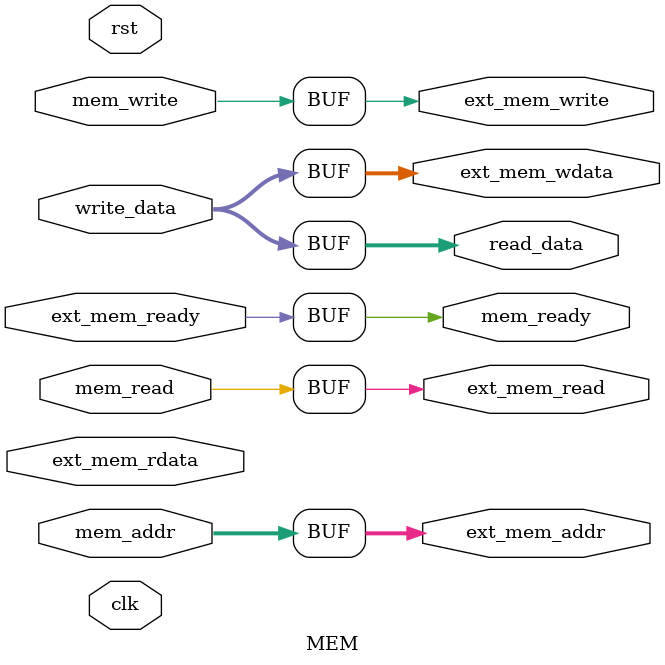
<source format=v>
module MEM(
    input wire clk,
    input wire rst,
    input wire mem_read,              // 读存储器信号
    input wire mem_write,             // 写存储器信号
    input wire [15:0] mem_addr,       // 存储器地址
    input wire [31:0] write_data,     // 写入存储器的数据
  
    output wire mem_ready,            // 存储器操作完成信号
    output wire [31:0] read_data,     // 从存储器读取的数据
    // 与外部存储器交互的接口
    output wire [15:0] ext_mem_addr,  // 外部存储器地址
    output wire [31:0] ext_mem_wdata, // 外部存储器写入数据
    output wire ext_mem_write,        // 外部存储器写使能
    output wire ext_mem_read,         // 外部存储器读使能
    input wire [31:0] ext_mem_rdata,  // 外部存储器读取数据
    input wire ext_mem_ready          // 外部存储器操作完成信号
);

    // 将输入信号直接传递给外部存储器
    assign ext_mem_addr = mem_addr;
    assign ext_mem_wdata = write_data;
    assign ext_mem_write = mem_write;
    assign ext_mem_read = mem_read;

    // 从外部存储器读取数据
  //////S
    assign read_data = write_data;

    // 操作完成信号
    assign mem_ready = ext_mem_ready;

endmodule
</source>
